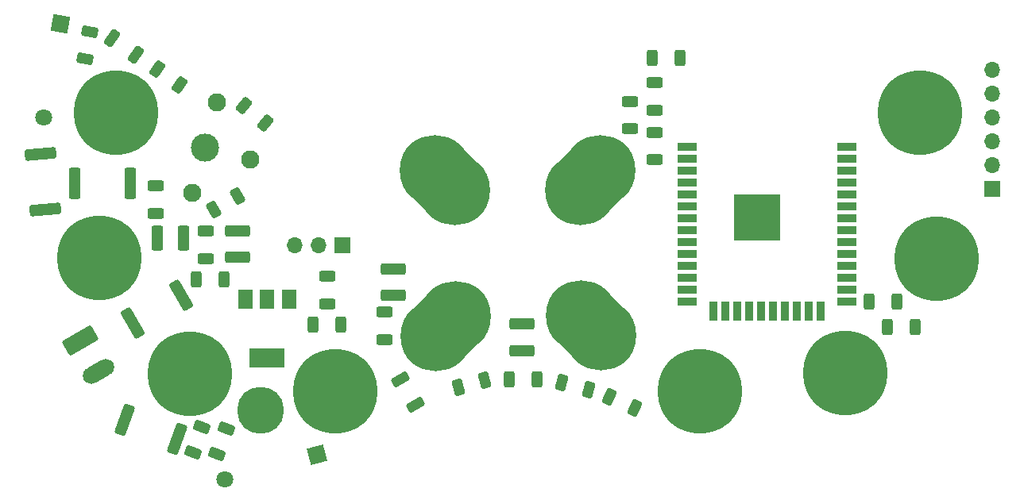
<source format=gbr>
%TF.GenerationSoftware,KiCad,Pcbnew,(6.0.1)*%
%TF.CreationDate,2022-01-29T22:41:37+01:00*%
%TF.ProjectId,AntenneCentraleDipoloStrumentato,416e7465-6e6e-4654-9365-6e7472616c65,rev?*%
%TF.SameCoordinates,Original*%
%TF.FileFunction,Soldermask,Top*%
%TF.FilePolarity,Negative*%
%FSLAX46Y46*%
G04 Gerber Fmt 4.6, Leading zero omitted, Abs format (unit mm)*
G04 Created by KiCad (PCBNEW (6.0.1)) date 2022-01-29 22:41:37*
%MOMM*%
%LPD*%
G01*
G04 APERTURE LIST*
G04 Aperture macros list*
%AMRoundRect*
0 Rectangle with rounded corners*
0 $1 Rounding radius*
0 $2 $3 $4 $5 $6 $7 $8 $9 X,Y pos of 4 corners*
0 Add a 4 corners polygon primitive as box body*
4,1,4,$2,$3,$4,$5,$6,$7,$8,$9,$2,$3,0*
0 Add four circle primitives for the rounded corners*
1,1,$1+$1,$2,$3*
1,1,$1+$1,$4,$5*
1,1,$1+$1,$6,$7*
1,1,$1+$1,$8,$9*
0 Add four rect primitives between the rounded corners*
20,1,$1+$1,$2,$3,$4,$5,0*
20,1,$1+$1,$4,$5,$6,$7,0*
20,1,$1+$1,$6,$7,$8,$9,0*
20,1,$1+$1,$8,$9,$2,$3,0*%
%AMHorizOval*
0 Thick line with rounded ends*
0 $1 width*
0 $2 $3 position (X,Y) of the first rounded end (center of the circle)*
0 $4 $5 position (X,Y) of the second rounded end (center of the circle)*
0 Add line between two ends*
20,1,$1,$2,$3,$4,$5,0*
0 Add two circle primitives to create the rounded ends*
1,1,$1,$2,$3*
1,1,$1,$4,$5*%
%AMRotRect*
0 Rectangle, with rotation*
0 The origin of the aperture is its center*
0 $1 length*
0 $2 width*
0 $3 Rotation angle, in degrees counterclockwise*
0 Add horizontal line*
21,1,$1,$2,0,0,$3*%
G04 Aperture macros list end*
%ADD10RoundRect,0.250000X-0.312500X-0.625000X0.312500X-0.625000X0.312500X0.625000X-0.312500X0.625000X0*%
%ADD11RoundRect,0.250000X0.547358X0.434374X-0.019085X0.698511X-0.547358X-0.434374X0.019085X-0.698511X0*%
%ADD12RoundRect,0.250000X0.641131X0.277907X0.162353X0.679649X-0.641131X-0.277907X-0.162353X-0.679649X0*%
%ADD13RoundRect,0.250000X0.625000X-0.312500X0.625000X0.312500X-0.625000X0.312500X-0.625000X-0.312500X0*%
%ADD14RoundRect,0.250000X0.743718X0.111843X0.468718X0.588157X-0.743718X-0.111843X-0.468718X-0.588157X0*%
%ADD15RoundRect,0.250000X0.312500X0.625000X-0.312500X0.625000X-0.312500X-0.625000X0.312500X-0.625000X0*%
%ADD16RoundRect,0.250000X-0.625000X0.312500X-0.625000X-0.312500X0.625000X-0.312500X0.625000X0.312500X0*%
%ADD17RoundRect,0.250000X1.451171X-0.236924X1.387983X0.485318X-1.451171X0.236924X-1.387983X-0.485318X0*%
%ADD18HorizOval,7.500000X1.060660X-1.060660X-1.060660X1.060660X0*%
%ADD19C,0.900000*%
%ADD20C,9.000000*%
%ADD21R,1.500000X2.000000*%
%ADD22R,3.800000X2.000000*%
%ADD23HorizOval,7.500000X-1.060660X1.060660X1.060660X-1.060660X0*%
%ADD24RoundRect,0.250000X-0.041867X0.697516X-0.583133X0.385016X0.041867X-0.697516X0.583133X-0.385016X0*%
%ADD25C,3.000000*%
%ADD26C,1.950000*%
%ADD27RotRect,1.800000X1.800000X195.000000*%
%ADD28HorizOval,1.800000X0.000000X0.000000X0.000000X0.000000X0*%
%ADD29RoundRect,0.250000X0.614470X0.332727X0.102500X0.691213X-0.614470X-0.332727X-0.102500X-0.691213X0*%
%ADD30RoundRect,0.250000X0.828017X1.215080X0.146740X1.463044X-0.828017X-1.215080X-0.146740X-1.463044X0*%
%ADD31RoundRect,0.250000X-0.398566X1.415336X-1.026434X1.052836X0.398566X-1.415336X1.026434X-1.052836X0*%
%ADD32HorizOval,7.500000X1.060660X1.060660X-1.060660X-1.060660X0*%
%ADD33R,1.700000X1.700000*%
%ADD34O,1.700000X1.700000*%
%ADD35RoundRect,0.250000X0.561240X-0.416283X0.669770X0.199222X-0.561240X0.416283X-0.669770X-0.199222X0*%
%ADD36RoundRect,0.250000X0.480427X-0.507417X0.694189X0.079891X-0.480427X0.507417X-0.694189X-0.079891X0*%
%ADD37RoundRect,0.250000X0.140090X0.684585X-0.463614X0.522823X-0.140090X-0.684585X0.463614X-0.522823X0*%
%ADD38RoundRect,0.250000X0.463614X0.522823X-0.140090X0.684585X-0.463614X-0.522823X0.140090X-0.684585X0*%
%ADD39HorizOval,7.500000X-1.060660X-1.060660X1.060660X1.060660X0*%
%ADD40RoundRect,0.250000X-0.362500X-1.425000X0.362500X-1.425000X0.362500X1.425000X-0.362500X1.425000X0*%
%ADD41RoundRect,0.250000X-1.667339X-0.212083X-1.017339X-1.337917X1.667339X0.212083X1.017339X1.337917X0*%
%ADD42HorizOval,1.800000X-0.779423X-0.450000X0.779423X0.450000X0*%
%ADD43RoundRect,0.250000X1.075000X-0.375000X1.075000X0.375000X-1.075000X0.375000X-1.075000X-0.375000X0*%
%ADD44RotRect,1.800000X1.800000X260.000000*%
%ADD45HorizOval,1.800000X0.000000X0.000000X0.000000X0.000000X0*%
%ADD46R,5.000000X5.000000*%
%ADD47R,2.000000X0.900000*%
%ADD48R,0.900000X2.000000*%
%ADD49RoundRect,0.250000X-0.375000X-1.075000X0.375000X-1.075000X0.375000X1.075000X-0.375000X1.075000X0*%
%ADD50RoundRect,0.250000X0.626770X0.415673X0.176237X0.731140X-0.626770X-0.415673X-0.176237X-0.731140X0*%
%ADD51C,0.800000*%
%ADD52C,5.000000*%
G04 APERTURE END LIST*
D10*
%TO.C,R9*%
X147762500Y-113741200D03*
X150687500Y-113741200D03*
%TD*%
D11*
%TO.C,R10*%
X161116875Y-116848479D03*
X158465925Y-115612321D03*
%TD*%
D12*
%TO.C,R5*%
X121744940Y-86436477D03*
X119504260Y-84556323D03*
%TD*%
D13*
%TO.C,C10*%
X163245800Y-82154300D03*
X163245800Y-85079300D03*
%TD*%
D14*
%TO.C,L2*%
X136169300Y-113799610D03*
X137744300Y-116527590D03*
%TD*%
D15*
%TO.C,C9*%
X163002500Y-79476600D03*
X165927500Y-79476600D03*
%TD*%
D16*
%TO.C,R8*%
X110083600Y-93127100D03*
X110083600Y-96052100D03*
%TD*%
D17*
%TO.C,R1*%
X98302199Y-95661227D03*
X97785801Y-89758773D03*
%TD*%
D18*
%TO.C,H7*%
X140928100Y-92566500D03*
D19*
X141210236Y-96413868D03*
X138647681Y-94846919D03*
X137635811Y-93730398D03*
X137215082Y-90904092D03*
X140645964Y-88719132D03*
X137080732Y-92284364D03*
X143862593Y-95500993D03*
X139265692Y-88853482D03*
X143208519Y-90286081D03*
X144775468Y-92848636D03*
X144641118Y-94228908D03*
X142590508Y-96279518D03*
X144220389Y-91402602D03*
X142091998Y-89274211D03*
X137993607Y-89632007D03*
X139764202Y-95858789D03*
%TD*%
%TO.C,H10*%
X193344800Y-97513800D03*
X195731285Y-103275285D03*
X189969800Y-100888800D03*
X196719800Y-100888800D03*
D20*
X193344800Y-100888800D03*
D19*
X190958315Y-103275285D03*
X195731285Y-98502315D03*
X190958315Y-98502315D03*
X193344800Y-104263800D03*
%TD*%
D21*
%TO.C,U2*%
X119670800Y-105231800D03*
D22*
X121970800Y-111531800D03*
D21*
X121970800Y-105231800D03*
X124270800Y-105231800D03*
%TD*%
D19*
%TO.C,H9*%
X156181864Y-104153432D03*
X153171711Y-109164698D03*
X154801592Y-104287782D03*
X155300102Y-111293089D03*
X153529507Y-105066307D03*
X152750982Y-106338392D03*
X160177018Y-109663208D03*
X159756289Y-106836902D03*
X152616632Y-107718664D03*
X160311368Y-108282936D03*
D23*
X156464000Y-108000800D03*
D19*
X158126408Y-111713818D03*
X157627898Y-104708511D03*
X156746136Y-111848168D03*
X158744419Y-105720381D03*
X159398493Y-110935293D03*
X154183581Y-110281219D03*
%TD*%
D24*
%TO.C,R7*%
X118792362Y-94213950D03*
X116259238Y-95676450D03*
%TD*%
D25*
%TO.C,C3*%
X115308600Y-89020900D03*
D26*
X114014505Y-93850529D03*
X120138229Y-90314995D03*
X116602695Y-84191271D03*
%TD*%
D27*
%TO.C,D2*%
X127258700Y-121849800D03*
D28*
X117444894Y-124479401D03*
%TD*%
D13*
%TO.C,R13*%
X134442200Y-109514100D03*
X134442200Y-106589100D03*
%TD*%
D29*
%TO.C,C1*%
X112627810Y-82372856D03*
X110231790Y-80695144D03*
%TD*%
D15*
%TO.C,C11*%
X129783300Y-107924600D03*
X126858300Y-107924600D03*
%TD*%
D19*
%TO.C,H11*%
X189129515Y-87679685D03*
X188141000Y-85293200D03*
X193902485Y-82906715D03*
X191516000Y-81918200D03*
X193902485Y-87679685D03*
X189129515Y-82906715D03*
D20*
X191516000Y-85293200D03*
D19*
X191516000Y-88668200D03*
X194891000Y-85293200D03*
%TD*%
D10*
%TO.C,R12*%
X190997300Y-108153200D03*
X188072300Y-108153200D03*
%TD*%
D13*
%TO.C,R6*%
X160655000Y-84110100D03*
X160655000Y-87035100D03*
%TD*%
D19*
%TO.C,H5*%
X116076885Y-110795915D03*
X111303915Y-110795915D03*
X116076885Y-115568885D03*
X110315400Y-113182400D03*
X113690400Y-109807400D03*
X113690400Y-116557400D03*
D20*
X113690400Y-113182400D03*
D19*
X111303915Y-115568885D03*
X117065400Y-113182400D03*
%TD*%
D16*
%TO.C,C12*%
X128346200Y-102779100D03*
X128346200Y-105704100D03*
%TD*%
D19*
%TO.C,H12*%
X164671400Y-115011200D03*
X170432885Y-117397685D03*
X171421400Y-115011200D03*
X165659915Y-112624715D03*
X168046400Y-118386200D03*
X170432885Y-112624715D03*
X165659915Y-117397685D03*
X168046400Y-111636200D03*
D20*
X168046400Y-115011200D03*
%TD*%
D30*
%TO.C,R4*%
X112334039Y-120113835D03*
X106766361Y-118087365D03*
%TD*%
D31*
%TO.C,R3*%
X112750800Y-104843150D03*
X107619600Y-107805650D03*
%TD*%
D19*
%TO.C,H6*%
X155249302Y-89265311D03*
D32*
X156413200Y-92557600D03*
D19*
X160260568Y-92275464D03*
X156695336Y-88710232D03*
X160126218Y-90895192D03*
X159347693Y-89623107D03*
X156131064Y-96404968D03*
X152700182Y-94220008D03*
X158693619Y-94838019D03*
X154750792Y-96270618D03*
X153478707Y-95492093D03*
X152565832Y-92839736D03*
X154132781Y-90277181D03*
X159705489Y-93721498D03*
X158075608Y-88844582D03*
X153120911Y-91393702D03*
X157577098Y-95849889D03*
%TD*%
D13*
%TO.C,R11*%
X115443000Y-100878100D03*
X115443000Y-97953100D03*
%TD*%
D33*
%TO.C,J2*%
X130007600Y-99440600D03*
D34*
X127467600Y-99440600D03*
X124927600Y-99440600D03*
%TD*%
D35*
%TO.C,C2*%
X102565240Y-79545281D03*
X103073160Y-76664719D03*
%TD*%
D19*
%TO.C,H2*%
X105867200Y-81918200D03*
X103480715Y-82906715D03*
X103480715Y-87679685D03*
X105867200Y-88668200D03*
X108253685Y-87679685D03*
D20*
X105867200Y-85293200D03*
D19*
X102492200Y-85293200D03*
X108253685Y-82906715D03*
X109242200Y-85293200D03*
%TD*%
D36*
%TO.C,C5*%
X114028396Y-121592500D03*
X115028804Y-118843900D03*
%TD*%
D37*
%TO.C,C6*%
X145151267Y-113845277D03*
X142325933Y-114602323D03*
%TD*%
D38*
%TO.C,C7*%
X156200267Y-114881723D03*
X153374933Y-114124677D03*
%TD*%
D19*
%TO.C,H13*%
X180216200Y-113131600D03*
X181204715Y-110745115D03*
X185977685Y-110745115D03*
X183591200Y-109756600D03*
X181204715Y-115518085D03*
X185977685Y-115518085D03*
X186966200Y-113131600D03*
X183591200Y-116506600D03*
D20*
X183591200Y-113131600D03*
%TD*%
D19*
%TO.C,H8*%
X144724918Y-106448892D03*
X143292319Y-110391719D03*
X142674308Y-104398282D03*
X138731481Y-105830881D03*
X137298882Y-109773708D03*
X139349492Y-111824318D03*
X140729764Y-111958668D03*
X138077407Y-111045793D03*
X144304189Y-109275198D03*
X139848002Y-104819011D03*
X142175798Y-111403589D03*
X143946393Y-105176807D03*
X144859268Y-107829164D03*
X137719611Y-106947402D03*
X141294036Y-104263932D03*
X137164532Y-108393436D03*
D39*
X141011900Y-108111300D03*
%TD*%
D40*
%TO.C,R2*%
X101482300Y-92862400D03*
X107407300Y-92862400D03*
%TD*%
D41*
%TO.C,J1*%
X102062000Y-109652800D03*
D42*
X103967000Y-112952357D03*
%TD*%
D33*
%TO.C,J3*%
X199212600Y-93497800D03*
D34*
X199212600Y-90957800D03*
X199212600Y-88417800D03*
X199212600Y-85877800D03*
X199212600Y-83337800D03*
X199212600Y-80797800D03*
%TD*%
D43*
%TO.C,D5*%
X135407400Y-104803400D03*
X135407400Y-102003400D03*
%TD*%
D44*
%TO.C,D1*%
X99891300Y-75845400D03*
D45*
X98127035Y-85851047D03*
%TD*%
D15*
%TO.C,C14*%
X189066900Y-105460800D03*
X186141900Y-105460800D03*
%TD*%
D10*
%TO.C,C8*%
X117337300Y-103073200D03*
X114412300Y-103073200D03*
%TD*%
D19*
%TO.C,H4*%
X104038400Y-104162200D03*
X101651915Y-98400715D03*
X100663400Y-100787200D03*
X106424885Y-103173685D03*
D20*
X104038400Y-100787200D03*
D19*
X106424885Y-98400715D03*
X107413400Y-100787200D03*
X101651915Y-103173685D03*
X104038400Y-97412200D03*
%TD*%
D43*
%TO.C,D4*%
X118821200Y-100764800D03*
X118821200Y-97964800D03*
%TD*%
D46*
%TO.C,U1*%
X174209200Y-96501600D03*
D47*
X183709200Y-89001600D03*
X183709200Y-90271600D03*
X183709200Y-91541600D03*
X183709200Y-92811600D03*
X183709200Y-94081600D03*
X183709200Y-95351600D03*
X183709200Y-96621600D03*
X183709200Y-97891600D03*
X183709200Y-99161600D03*
X183709200Y-100431600D03*
X183709200Y-101701600D03*
X183709200Y-102971600D03*
X183709200Y-104241600D03*
X183709200Y-105511600D03*
D48*
X180924200Y-106511600D03*
X179654200Y-106511600D03*
X178384200Y-106511600D03*
X177114200Y-106511600D03*
X175844200Y-106511600D03*
X174574200Y-106511600D03*
X173304200Y-106511600D03*
X172034200Y-106511600D03*
X170764200Y-106511600D03*
X169494200Y-106511600D03*
D47*
X166709200Y-105511600D03*
X166709200Y-104241600D03*
X166709200Y-102971600D03*
X166709200Y-101701600D03*
X166709200Y-100431600D03*
X166709200Y-99161600D03*
X166709200Y-97891600D03*
X166709200Y-96621600D03*
X166709200Y-95351600D03*
X166709200Y-94081600D03*
X166709200Y-92811600D03*
X166709200Y-91541600D03*
X166709200Y-90271600D03*
X166709200Y-89001600D03*
%TD*%
D36*
%TO.C,C4*%
X116619196Y-121744900D03*
X117619604Y-118996300D03*
%TD*%
D49*
%TO.C,D3*%
X110207600Y-98679000D03*
X113007600Y-98679000D03*
%TD*%
D50*
%TO.C,L1*%
X107970164Y-79160783D03*
X105389836Y-77354017D03*
%TD*%
D19*
%TO.C,H1*%
X129235200Y-111636200D03*
X131621685Y-117397685D03*
X125860200Y-115011200D03*
X129235200Y-118386200D03*
X126848715Y-112624715D03*
D20*
X129235200Y-115011200D03*
D19*
X131621685Y-112624715D03*
X132610200Y-115011200D03*
X126848715Y-117397685D03*
%TD*%
D16*
%TO.C,C13*%
X163220400Y-87412100D03*
X163220400Y-90337100D03*
%TD*%
D43*
%TO.C,D6*%
X149123400Y-110696200D03*
X149123400Y-107896200D03*
%TD*%
D51*
%TO.C,H3*%
X121234200Y-115168200D03*
X119908375Y-115717375D03*
X122560025Y-118369025D03*
X123109200Y-117043200D03*
X122560025Y-115717375D03*
X119908375Y-118369025D03*
X121234200Y-118918200D03*
X119359200Y-117043200D03*
D52*
X121234200Y-117043200D03*
%TD*%
M02*

</source>
